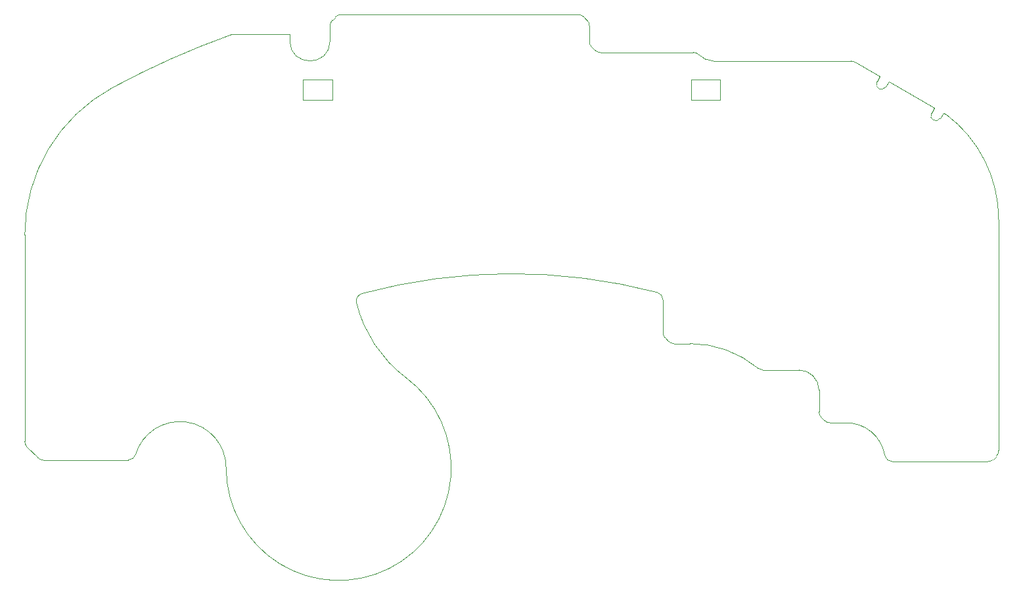
<source format=gm1>
%TF.GenerationSoftware,KiCad,Pcbnew,(6.0.1)*%
%TF.CreationDate,2022-03-24T20:43:30-07:00*%
%TF.ProjectId,PhobGCC,50686f62-4743-4432-9e6b-696361645f70,rev?*%
%TF.SameCoordinates,Original*%
%TF.FileFunction,Profile,NP*%
%FSLAX46Y46*%
G04 Gerber Fmt 4.6, Leading zero omitted, Abs format (unit mm)*
G04 Created by KiCad (PCBNEW (6.0.1)) date 2022-03-24 20:43:30*
%MOMM*%
%LPD*%
G01*
G04 APERTURE LIST*
%TA.AperFunction,Profile*%
%ADD10C,0.050000*%
%TD*%
%TA.AperFunction,Profile*%
%ADD11C,0.100000*%
%TD*%
G04 APERTURE END LIST*
D10*
X85700000Y-61000000D02*
X85700000Y-58400000D01*
X135700000Y-61000000D02*
X135700000Y-58400000D01*
D11*
X161660995Y-107607107D02*
X173942892Y-107607107D01*
X166697895Y-62732132D02*
X167096672Y-62038607D01*
X51564213Y-107114213D02*
G75*
G03*
X52271319Y-107407107I707108J707107D01*
G01*
X152207106Y-98407107D02*
X152207106Y-101192893D01*
X153621319Y-102607107D02*
X155744915Y-102607107D01*
X160074731Y-58000991D02*
X156838573Y-56140200D01*
X166697895Y-62732132D02*
G75*
G03*
X167824873Y-63380144I563489J-324006D01*
G01*
D10*
X135700000Y-58400000D02*
X139500000Y-58400000D01*
D11*
X61164446Y-59446874D02*
G75*
G03*
X49857105Y-78407105I10242660J-18960233D01*
G01*
X174649999Y-107314213D02*
X175064212Y-106900000D01*
X161201709Y-58649003D02*
X160802932Y-59342529D01*
D10*
X89500000Y-61000000D02*
X85700000Y-61000000D01*
D11*
X132107106Y-86781297D02*
G75*
G03*
X131359616Y-85813703I-999998J1D01*
G01*
X93320992Y-85955075D02*
G75*
G03*
X92608864Y-87156480I259694J-965691D01*
G01*
X84007106Y-53407107D02*
G75*
G03*
X89207106Y-53407107I2600000J0D01*
G01*
X89207106Y-51450963D02*
X89207106Y-53407107D01*
X89499999Y-50743856D02*
G75*
G03*
X89207106Y-51450963I707101J-707104D01*
G01*
X168607106Y-62907107D02*
X168223650Y-62686620D01*
X132814212Y-92114213D02*
G75*
G03*
X133521318Y-92407107I707108J707107D01*
G01*
X131359616Y-85813703D02*
G75*
G03*
X93320992Y-85955077I-18752509J-71857700D01*
G01*
X136737319Y-55213733D02*
G75*
G03*
X138607106Y-56007107I1869788J1806629D01*
G01*
X132399999Y-91700000D02*
X132814212Y-92114213D01*
X49857106Y-78407107D02*
X49857106Y-104992893D01*
X122607106Y-51450963D02*
G75*
G03*
X122314213Y-50743856I-999994J3D01*
G01*
X152499999Y-101900000D02*
X152914212Y-102314213D01*
X175357106Y-76407107D02*
G75*
G03*
X168607106Y-62907107I-16875000J0D01*
G01*
X76779945Y-52580115D02*
G75*
G03*
X76443548Y-52638395I3J-1000015D01*
G01*
X89914212Y-50329643D02*
X89499999Y-50743856D01*
X144335996Y-95574417D02*
G75*
G03*
X135607106Y-92407106I-8728891J-10444455D01*
G01*
X144335996Y-95574417D02*
G75*
G03*
X144977271Y-95807106I641278J767318D01*
G01*
X168223650Y-62686620D02*
X167824873Y-63380145D01*
D10*
X139500000Y-58400000D02*
X139500000Y-61000000D01*
D11*
X122607106Y-53494375D02*
X122607106Y-51450963D01*
X123314212Y-54615696D02*
G75*
G03*
X124021319Y-54908589I707104J707101D01*
G01*
X84007106Y-52580115D02*
X76779945Y-52580115D01*
X52271320Y-107407107D02*
X63177448Y-107407107D01*
X122314212Y-50743856D02*
X121899999Y-50329643D01*
X75807105Y-108407107D02*
G75*
G03*
X64135292Y-106694399I-5961567J0D01*
G01*
D10*
X85700000Y-58400000D02*
X89500000Y-58400000D01*
D11*
X160674981Y-106773773D02*
G75*
G03*
X155744914Y-102607106I-4930067J-833334D01*
G01*
X167096672Y-62038607D02*
X161201709Y-58649003D01*
X122607106Y-53494375D02*
G75*
G03*
X122899999Y-54201482I999994J-3D01*
G01*
X132107106Y-86781297D02*
X132107106Y-90992893D01*
X75807105Y-108407107D02*
G75*
G03*
X98971544Y-96780519I14500001J0D01*
G01*
X90621319Y-50036749D02*
G75*
G03*
X89914212Y-50329642I-3J-999994D01*
G01*
X84007106Y-53407107D02*
X84007106Y-52580115D01*
X152914212Y-102314213D02*
G75*
G03*
X153621318Y-102607107I707108J707107D01*
G01*
X136018170Y-54908589D02*
X124021319Y-54908589D01*
X76443548Y-52638394D02*
G75*
G03*
X61164445Y-59446874I37003552J-103589095D01*
G01*
X175357106Y-106192893D02*
X175357106Y-76407107D01*
X152207106Y-101192893D02*
G75*
G03*
X152499999Y-101900000I999994J-3D01*
G01*
X160674982Y-106773773D02*
G75*
G03*
X161660994Y-107607107I986013J166665D01*
G01*
X121192892Y-50036749D02*
X90621319Y-50036749D01*
X156340102Y-56007107D02*
X138607106Y-56007107D01*
D10*
X89500000Y-58400000D02*
X89500000Y-61000000D01*
D11*
X50150000Y-105700000D02*
X51564213Y-107114213D01*
X159675954Y-58694516D02*
X160074731Y-58000991D01*
X159675954Y-58694516D02*
G75*
G03*
X160802932Y-59342528I563489J-324006D01*
G01*
D10*
X139500000Y-61000000D02*
X135700000Y-61000000D01*
D11*
X173942892Y-107607107D02*
G75*
G03*
X174649999Y-107314214I3J999994D01*
G01*
X175064212Y-106900000D02*
G75*
G03*
X175357106Y-106192894I-707107J707108D01*
G01*
X121899999Y-50329643D02*
G75*
G03*
X121192893Y-50036749I-707108J-707107D01*
G01*
X92608865Y-87156481D02*
G75*
G03*
X98971543Y-96780519I16520994J4007141D01*
G01*
X152207106Y-98407107D02*
G75*
G03*
X149607106Y-95807107I-2599999J1D01*
G01*
X136737319Y-55213733D02*
G75*
G03*
X136018170Y-54908589I-719146J-694850D01*
G01*
X156838573Y-56140200D02*
G75*
G03*
X156340102Y-56007106I-498468J-866894D01*
G01*
X123314212Y-54615696D02*
X122899999Y-54201482D01*
X63177448Y-107407107D02*
G75*
G03*
X64135291Y-106694399I-1J1000001D01*
G01*
X144977271Y-95807107D02*
X149607106Y-95807107D01*
X132107106Y-90992893D02*
G75*
G03*
X132399999Y-91700000I999994J-3D01*
G01*
X49857106Y-104992893D02*
G75*
G03*
X50149999Y-105700000I999994J-3D01*
G01*
X133521319Y-92407107D02*
X135607106Y-92407107D01*
M02*

</source>
